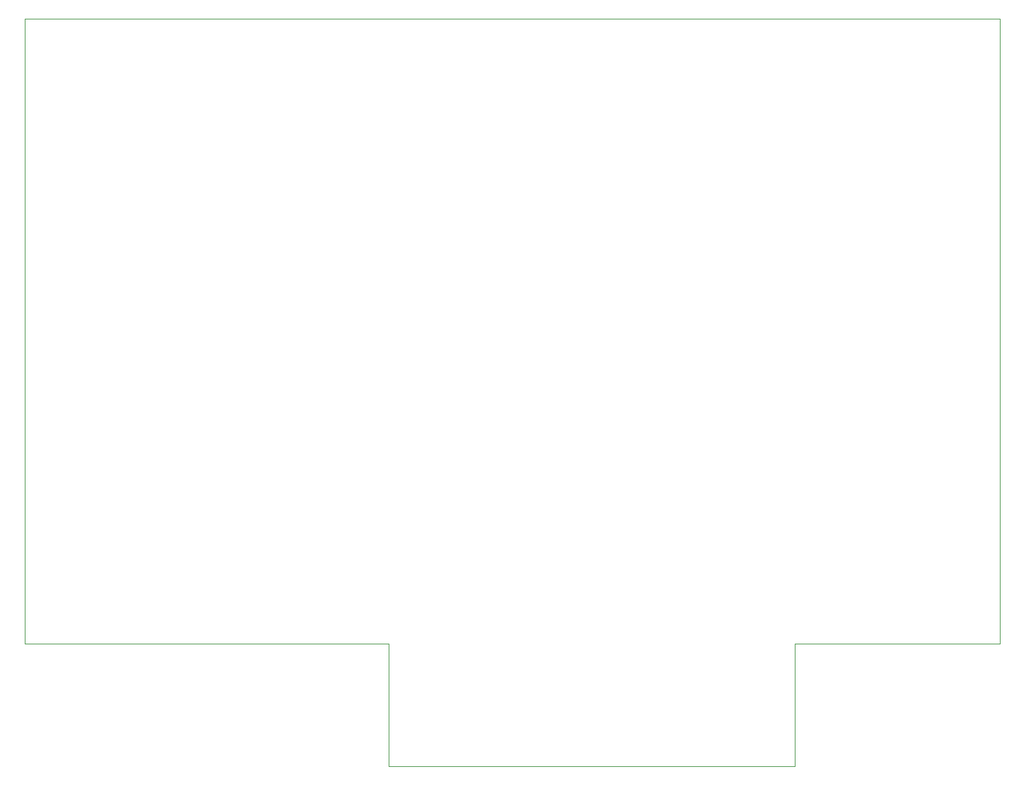
<source format=gbr>
G04 #@! TF.GenerationSoftware,KiCad,Pcbnew,(5.1.8)-1*
G04 #@! TF.CreationDate,2022-06-05T20:07:46-06:00*
G04 #@! TF.ProjectId,PI86 V3,50493836-2056-4332-9e6b-696361645f70,rev?*
G04 #@! TF.SameCoordinates,Original*
G04 #@! TF.FileFunction,Profile,NP*
%FSLAX46Y46*%
G04 Gerber Fmt 4.6, Leading zero omitted, Abs format (unit mm)*
G04 Created by KiCad (PCBNEW (5.1.8)-1) date 2022-06-05 20:07:46*
%MOMM*%
%LPD*%
G01*
G04 APERTURE LIST*
G04 #@! TA.AperFunction,Profile*
%ADD10C,0.050000*%
G04 #@! TD*
G04 APERTURE END LIST*
D10*
X202684380Y-107416600D02*
X202684380Y-112242600D01*
X79494380Y-112242600D02*
X79494380Y-107416600D01*
X125468380Y-112242600D02*
X79494380Y-112242600D01*
X125468380Y-127736600D02*
X125468380Y-112242600D01*
X176776380Y-127736600D02*
X176776380Y-112242600D01*
X79494380Y-95986600D02*
X79494380Y-107416600D01*
X79494380Y-53314600D02*
X79494380Y-95986600D01*
X79494380Y-33248600D02*
X79494380Y-53314600D01*
X93972380Y-33248600D02*
X79494380Y-33248600D01*
X202684380Y-33248600D02*
X200652380Y-33248600D01*
X202684380Y-87858600D02*
X202684380Y-33248600D01*
X93972380Y-33248600D02*
X200652380Y-33248600D01*
X202684380Y-112242600D02*
X176776380Y-112242600D01*
X202684380Y-87858600D02*
X202684380Y-107416600D01*
X176776380Y-127736600D02*
X125468380Y-127736600D01*
M02*

</source>
